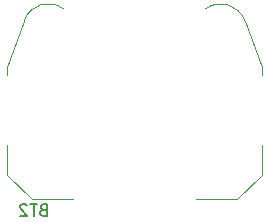
<source format=gbr>
%TF.GenerationSoftware,KiCad,Pcbnew,8.0.9-1.fc41*%
%TF.CreationDate,2025-05-30T14:30:08-05:00*%
%TF.ProjectId,transistor-amp,7472616e-7369-4737-946f-722d616d702e,rev?*%
%TF.SameCoordinates,Original*%
%TF.FileFunction,Legend,Bot*%
%TF.FilePolarity,Positive*%
%FSLAX46Y46*%
G04 Gerber Fmt 4.6, Leading zero omitted, Abs format (unit mm)*
G04 Created by KiCad (PCBNEW 8.0.9-1.fc41) date 2025-05-30 14:30:08*
%MOMM*%
%LPD*%
G01*
G04 APERTURE LIST*
%ADD10C,0.150000*%
%ADD11C,0.120000*%
G04 APERTURE END LIST*
D10*
X84285714Y-69931009D02*
X84142857Y-69978628D01*
X84142857Y-69978628D02*
X84095238Y-70026247D01*
X84095238Y-70026247D02*
X84047619Y-70121485D01*
X84047619Y-70121485D02*
X84047619Y-70264342D01*
X84047619Y-70264342D02*
X84095238Y-70359580D01*
X84095238Y-70359580D02*
X84142857Y-70407200D01*
X84142857Y-70407200D02*
X84238095Y-70454819D01*
X84238095Y-70454819D02*
X84619047Y-70454819D01*
X84619047Y-70454819D02*
X84619047Y-69454819D01*
X84619047Y-69454819D02*
X84285714Y-69454819D01*
X84285714Y-69454819D02*
X84190476Y-69502438D01*
X84190476Y-69502438D02*
X84142857Y-69550057D01*
X84142857Y-69550057D02*
X84095238Y-69645295D01*
X84095238Y-69645295D02*
X84095238Y-69740533D01*
X84095238Y-69740533D02*
X84142857Y-69835771D01*
X84142857Y-69835771D02*
X84190476Y-69883390D01*
X84190476Y-69883390D02*
X84285714Y-69931009D01*
X84285714Y-69931009D02*
X84619047Y-69931009D01*
X83761904Y-69454819D02*
X83190476Y-69454819D01*
X83476190Y-70454819D02*
X83476190Y-69454819D01*
X82904761Y-69550057D02*
X82857142Y-69502438D01*
X82857142Y-69502438D02*
X82761904Y-69454819D01*
X82761904Y-69454819D02*
X82523809Y-69454819D01*
X82523809Y-69454819D02*
X82428571Y-69502438D01*
X82428571Y-69502438D02*
X82380952Y-69550057D01*
X82380952Y-69550057D02*
X82333333Y-69645295D01*
X82333333Y-69645295D02*
X82333333Y-69740533D01*
X82333333Y-69740533D02*
X82380952Y-69883390D01*
X82380952Y-69883390D02*
X82952380Y-70454819D01*
X82952380Y-70454819D02*
X82333333Y-70454819D01*
D11*
%TO.C,BT2*%
X81235000Y-57870000D02*
X81235000Y-58500000D01*
X81235000Y-64500000D02*
X81235000Y-66960000D01*
X81235000Y-66960000D02*
X83315000Y-69040000D01*
X82675000Y-53920000D02*
X81235000Y-57870000D01*
X83315000Y-69040000D02*
X86815000Y-69040000D01*
X97215000Y-69040000D02*
X100715000Y-69040000D01*
X101355000Y-53920000D02*
X102795000Y-57870000D01*
X102795000Y-57870000D02*
X102795000Y-58500000D01*
X102795000Y-64500000D02*
X102795000Y-66960000D01*
X102795000Y-66960000D02*
X100715000Y-69040000D01*
X82675000Y-53920000D02*
G75*
G02*
X86011646Y-52933470I2030000J-730001D01*
G01*
X98015000Y-52950000D02*
G75*
G02*
X101340243Y-53911831I1310000J-1700000D01*
G01*
%TD*%
M02*

</source>
